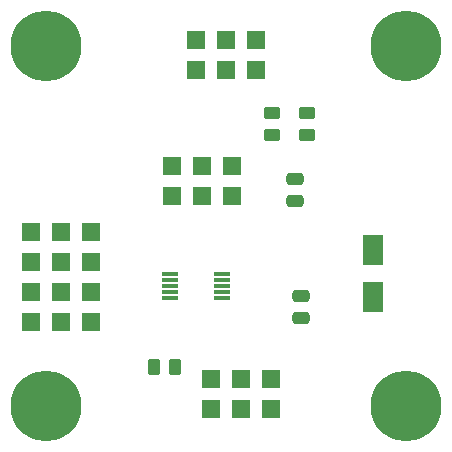
<source format=gbr>
%TF.GenerationSoftware,KiCad,Pcbnew,6.0.11+dfsg-1~bpo11+1*%
%TF.CreationDate,2023-05-28T00:30:57+00:00*%
%TF.ProjectId,AMUX01,414d5558-3031-42e6-9b69-6361645f7063,rev?*%
%TF.SameCoordinates,Original*%
%TF.FileFunction,Soldermask,Bot*%
%TF.FilePolarity,Negative*%
%FSLAX46Y46*%
G04 Gerber Fmt 4.6, Leading zero omitted, Abs format (unit mm)*
G04 Created by KiCad (PCBNEW 6.0.11+dfsg-1~bpo11+1) date 2023-05-28 00:30:57*
%MOMM*%
%LPD*%
G01*
G04 APERTURE LIST*
G04 Aperture macros list*
%AMRoundRect*
0 Rectangle with rounded corners*
0 $1 Rounding radius*
0 $2 $3 $4 $5 $6 $7 $8 $9 X,Y pos of 4 corners*
0 Add a 4 corners polygon primitive as box body*
4,1,4,$2,$3,$4,$5,$6,$7,$8,$9,$2,$3,0*
0 Add four circle primitives for the rounded corners*
1,1,$1+$1,$2,$3*
1,1,$1+$1,$4,$5*
1,1,$1+$1,$6,$7*
1,1,$1+$1,$8,$9*
0 Add four rect primitives between the rounded corners*
20,1,$1+$1,$2,$3,$4,$5,0*
20,1,$1+$1,$4,$5,$6,$7,0*
20,1,$1+$1,$6,$7,$8,$9,0*
20,1,$1+$1,$8,$9,$2,$3,0*%
G04 Aperture macros list end*
%ADD10C,6.000000*%
%ADD11R,1.524000X1.524000*%
%ADD12RoundRect,0.250000X-0.475000X0.250000X-0.475000X-0.250000X0.475000X-0.250000X0.475000X0.250000X0*%
%ADD13R,1.800000X2.500000*%
%ADD14R,1.400000X0.300000*%
%ADD15RoundRect,0.250000X0.262500X0.450000X-0.262500X0.450000X-0.262500X-0.450000X0.262500X-0.450000X0*%
%ADD16RoundRect,0.250000X-0.450000X0.262500X-0.450000X-0.262500X0.450000X-0.262500X0.450000X0.262500X0*%
G04 APERTURE END LIST*
D10*
%TO.C,M2*%
X40640000Y40640000D03*
%TD*%
%TO.C,M4*%
X40640000Y10160000D03*
%TD*%
D11*
%TO.C,J3*%
X8890000Y24892000D03*
X11430000Y24892000D03*
X13970000Y24892000D03*
%TD*%
%TO.C,J6*%
X24130000Y9906000D03*
X24130000Y12446000D03*
X26670000Y9906000D03*
X26670000Y12446000D03*
X29210000Y9906000D03*
X29210000Y12446000D03*
%TD*%
%TO.C,J5*%
X8890000Y22352000D03*
X11430000Y22352000D03*
X13970000Y22352000D03*
%TD*%
%TO.C,J1*%
X27940000Y41148000D03*
X27940000Y38608000D03*
X25400000Y41148000D03*
X25400000Y38608000D03*
X22860000Y41148000D03*
X22860000Y38608000D03*
%TD*%
D10*
%TO.C,M3*%
X10160000Y10160000D03*
%TD*%
D11*
%TO.C,J2*%
X8890000Y17272000D03*
X11430000Y17272000D03*
X13970000Y17272000D03*
%TD*%
%TO.C,J4*%
X8890000Y19812000D03*
X11430000Y19812000D03*
X13970000Y19812000D03*
%TD*%
D10*
%TO.C,M1*%
X10160000Y40640000D03*
%TD*%
D11*
%TO.C,J9*%
X25908000Y27940000D03*
X25908000Y30480000D03*
%TD*%
%TO.C,J7*%
X20828001Y27940000D03*
X20828001Y30480000D03*
%TD*%
%TO.C,J8*%
X23368000Y27940000D03*
X23368000Y30480000D03*
%TD*%
D12*
%TO.C,C1*%
X31750000Y19492000D03*
X31750000Y17592000D03*
%TD*%
D13*
%TO.C,D1*%
X37846000Y23336000D03*
X37846000Y19336000D03*
%TD*%
D14*
%TO.C,U1*%
X25060000Y21320000D03*
X25060000Y20820000D03*
X25060000Y20320000D03*
X25060000Y19820000D03*
X25060000Y19320000D03*
X20660000Y19320000D03*
X20660000Y19820000D03*
X20660000Y20320000D03*
X20660000Y20820000D03*
X20660000Y21320000D03*
%TD*%
D12*
%TO.C,C2*%
X31242000Y29398000D03*
X31242000Y27498000D03*
%TD*%
D15*
%TO.C,R3*%
X21082000Y13462000D03*
X19257000Y13462000D03*
%TD*%
D16*
%TO.C,R1*%
X29308000Y34948500D03*
X29308000Y33123500D03*
%TD*%
%TO.C,R2*%
X32258000Y34948500D03*
X32258000Y33123500D03*
%TD*%
M02*

</source>
